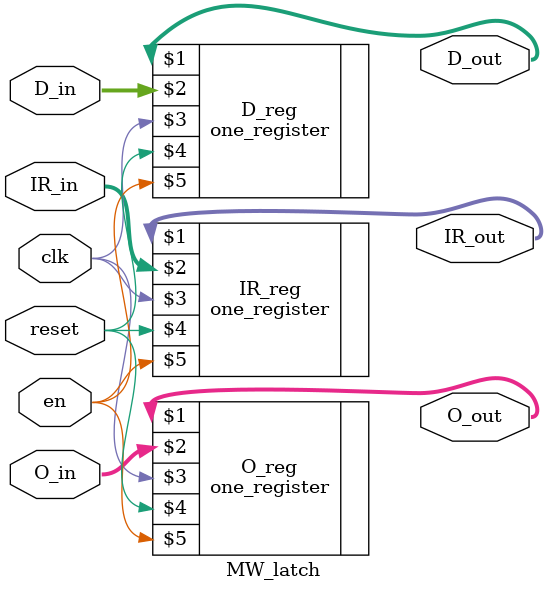
<source format=v>
module MW_latch(IR_out, O_out, D_out, IR_in, O_in, D_in, clk, reset, en);
    output [31:0] IR_out, O_out, D_out;
    input [31:0] IR_in, O_in, D_in;
    input clk, reset, en;

    one_register IR_reg(IR_out, IR_in, clk, reset, en);
    one_register O_reg(O_out, O_in, clk, reset, en);
    one_register D_reg(D_out, D_in, clk, reset, en);

endmodule
</source>
